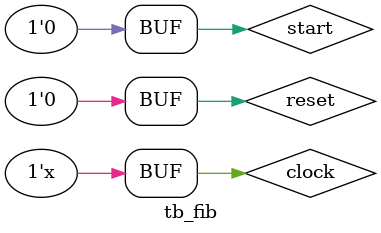
<source format=v>
`timescale 1ns / 1ps


module tb_fib;

	// Inputs
	reg clock;
	reg reset;
	reg start;

	// Instantiate the Unit Under Test (UUT)
	CPU uut (
		.clock(clock), 
		.reset(reset), 
		.start(start)
	);

	always #1 clock = ~clock; 
	initial begin
		// Initialize Inputs
		clock = 0;
		reset = 1;
		start = 0;

		// Wait 100 ns for global reset to finish
		//#100;
        
		// Add stimulus here
		      uut.instruction_Memory.ram[0] = 32'b001000_01000_01001_00000_00000_011110;  //# addi t1, t0, 30      # looking for n-th Fibbonacci number
            uut.instruction_Memory.ram[1] = 32'b001000_01000_01010_00000_00000_000010;  //# addi t2, t0, 2      # Counter, we have the first and second number, so 2
            uut.instruction_Memory.ram[2] = 32'b001000_01000_01011_00000_00000_000001;  //# addi t3, t0, 1      # First number
            uut.instruction_Memory.ram[3] = 32'b001000_01000_01100_00000_00000_000001;  //# addi t4, t0, 1      # Second number
            uut.instruction_Memory.ram[4] = 32'b000100_01010_01001_00000_00000000101;   //# beq t2, t1, 5       # if the counter is equal to n, the requested number, then exit
            uut.instruction_Memory.ram[5] = 32'b001000_01010_01010_00000_00000_000001;  //# addi t2, t2, 1      # increment the counter
            uut.instruction_Memory.ram[6] = 32'b000000_01011_01100_01110_00000_100000;  //# add t6, t3, t4      # Add the two Fibbonacci numbers we have to get the next one
            uut.instruction_Memory.ram[7] = 32'b001000_01100_01011_00000_00000_000000;  //# addi t3, t4, 0      # Move the higher one the lower one
            uut.instruction_Memory.ram[8] = 32'b001000_01110_01100_00000_00000_000000;  //# addi t4, t6, 0      # Move the new one to the higher one
            uut.instruction_Memory.ram[9] = 32'b000100_01000_01000_11111_11111111010;   //# beq t0, t0, loop
            uut.instruction_Memory.ram[10] = 32'b000000_01000_01100_01101_00000_100000; //# add t5, t0, t4      # move the result into t5
            uut.instruction_Memory.ram[11] = 32'b000100_01000_01000_11111_11111111111;  //# beq t0, t0, forever # jump to the same instruction forever
  #10 reset = 0;
	end
      
endmodule


</source>
